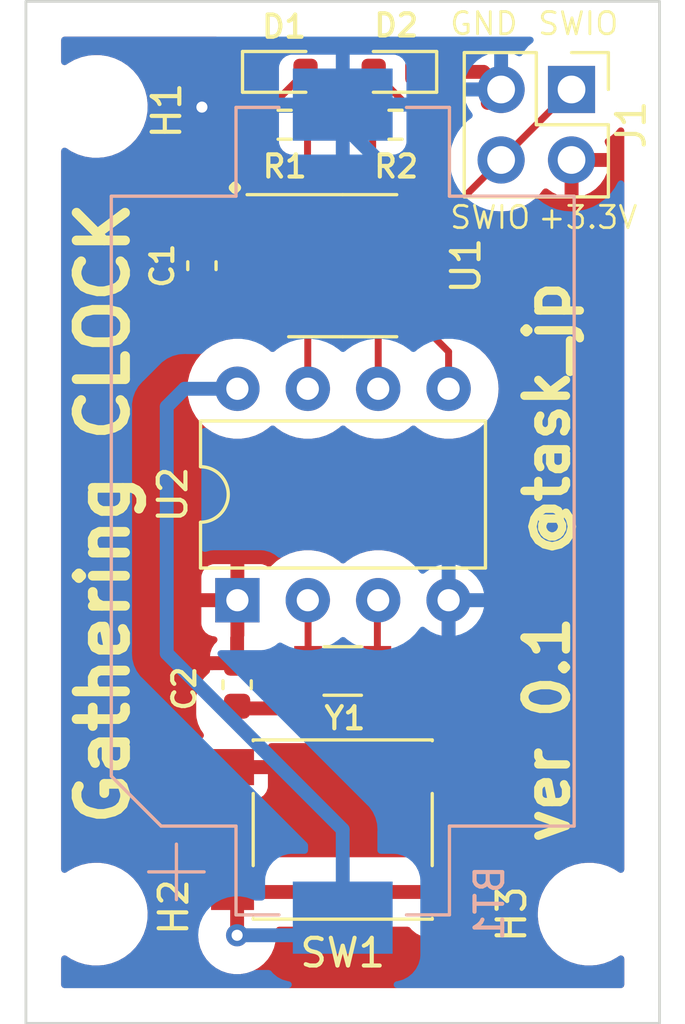
<source format=kicad_pcb>
(kicad_pcb (version 20221018) (generator pcbnew)
  (layers (0 "F.Cu" signal) (31 "B.Cu" signal) (36 "B.SilkS" user "B.Silkscreen") (37 "F.SilkS" user "F.Silkscreen") (38 "B.Mask" user) (39 "F.Mask" user) (44 "Edge.Cuts" user))
  (net 0 "")
  (net 1 "+3.3V")
  (net 2 "GND")
  (net 3 "Net-(D1-A)")
  (net 4 "Net-(D2-A)")
  (net 5 "Net-(U1-PC1{slash}SDA)")
  (net 6 "Net-(U1-PC2{slash}SCL)")
  (net 7 "Net-(U1-PC4)")
  (net 8 "Net-(U2-X1)")
  (net 9 "Net-(U2-X2)")
  (net 10 "+BATT")
  (net 11 "Net-(U1-PA2)")
  (net 12 "Net-(J1-Pin_1)")
  (net 13 "Net-(U1-PA1)")
  (footprint "Package_SO:SOP-8_3.9x4.9mm_P1.27mm" (layer "F.Cu") (at 142.24 72.39)
    (fp_text reference "U1" (at 4.445 0 90) (layer "F.SilkS"))
    (fp_text value "~")
    (fp_line (start 0 -2.56) (end -3.45 -2.56) (stroke (width 0.12)) (layer "F.SilkS"))
    (fp_line (start 0 -2.56) (end 1.95 -2.56) (stroke (width 0.12)) (layer "F.SilkS"))
    (fp_line (start 0 2.56) (end -1.95 2.56) (stroke (width 0.12)) (layer "F.SilkS"))
    (fp_line (start 0 2.56) (end 1.95 2.56) (stroke (width 0.12)) (layer "F.SilkS"))
    (pad "1" smd roundrect (at -2.625 -1.905) (size 1.65 0.6) (layers "F.Cu" "F.Paste" "F.Mask") (net 13 "Net-(U1-PA1)"))
    (pad "2" smd roundrect (at -2.625 -0.635) (size 1.65 0.6) (layers "F.Cu" "F.Paste" "F.Mask") (net 2 "GND"))
    (pad "3" smd roundrect (at -2.625 0.635) (size 1.65 0.6) (layers "F.Cu" "F.Paste" "F.Mask") (net 11 "Net-(U1-PA2)"))
    (pad "4" smd roundrect (at -2.625 1.905) (size 1.65 0.6) (layers "F.Cu" "F.Paste" "F.Mask") (net 1 "+3.3V"))
    (pad "5" smd roundrect (at 2.625 1.905) (size 1.65 0.6) (layers "F.Cu" "F.Paste" "F.Mask") (net 5 "Net-(U1-PC1{slash}SDA)"))
    (pad "6" smd roundrect (at 2.625 0.635) (size 1.65 0.6) (layers "F.Cu" "F.Paste" "F.Mask") (net 6 "Net-(U1-PC2{slash}SCL)"))
    (pad "7" smd roundrect (at 2.625 -0.635) (size 1.65 0.6) (layers "F.Cu" "F.Paste" "F.Mask") (net 7 "Net-(U1-PC4)"))
    (pad "8" smd roundrect (at 2.625 -1.905) (size 1.65 0.6) (layers "F.Cu" "F.Paste" "F.Mask") (net 12 "Net-(J1-Pin_1)"))
  )
  (footprint "Resistor_SMD:R_0603_1608Metric" (layer "F.Cu") (at 140.145 67.31)
    (fp_text reference "R1" (at 0.002199 1.504381 180) (layer "F.SilkS") (effects (font (size 0.8 0.8))))
    (fp_text value "R")
    (fp_line (start -0.237258 -0.5225) (end 0.237258 -0.5225) (stroke (width 0.12)) (layer "F.SilkS"))
    (fp_line (start -0.237258 0.5225) (end 0.237258 0.5225) (stroke (width 0.12)) (layer "F.SilkS"))
    (pad "1" smd roundrect (at -0.825 0) (size 0.8 0.95) (layers "F.Cu" "F.Paste" "F.Mask") (net 3 "Net-(D1-A)"))
    (pad "2" smd roundrect (at 0.825 0) (size 0.8 0.95) (layers "F.Cu" "F.Paste" "F.Mask") (net 13 "Net-(U1-PA1)"))
  )
  (footprint "LED_SMD:LED_0603_1608Metric" (layer "F.Cu") (at 140.11 65.405)
    (fp_text reference "D1" (at 0.013662 -1.627493 180) (layer "F.SilkS") (effects (font (size 0.8 0.8))))
    (fp_text value "LED(G)")
    (fp_line (start -1.485 -0.735) (end -1.485 0.735) (stroke (width 0.12)) (layer "F.SilkS"))
    (fp_line (start -1.485 0.735) (end 0.8 0.735) (stroke (width 0.12)) (layer "F.SilkS"))
    (fp_line (start 0.8 -0.735) (end -1.485 -0.735) (stroke (width 0.12)) (layer "F.SilkS"))
    (pad "1" smd roundrect (at -0.7875 0) (size 0.875 0.95) (layers "F.Cu" "F.Paste" "F.Mask") (net 2 "GND"))
    (pad "2" smd roundrect (at 0.7875 0) (size 0.875 0.95) (layers "F.Cu" "F.Paste" "F.Mask") (net 3 "Net-(D1-A)"))
  )
  (footprint "Resistor_SMD:R_0603_1608Metric" (layer "F.Cu") (at 144.145 67.31 180)
    (fp_text reference "R2" (at -0.02403 -1.504381 180) (layer "F.SilkS") (effects (font (size 0.8 0.8))))
    (fp_text value "R")
    (fp_line (start -0.237258 -0.5225) (end 0.237258 -0.5225) (stroke (width 0.12)) (layer "F.SilkS"))
    (fp_line (start -0.237258 0.5225) (end 0.237258 0.5225) (stroke (width 0.12)) (layer "F.SilkS"))
    (pad "1" smd roundrect (at -0.825 0 180) (size 0.8 0.95) (layers "F.Cu" "F.Paste" "F.Mask") (net 4 "Net-(D2-A)"))
    (pad "2" smd roundrect (at 0.825 0 180) (size 0.8 0.95) (layers "F.Cu" "F.Paste" "F.Mask") (net 11 "Net-(U1-PA2)"))
  )
  (footprint "Connector_PinSocket_2.54mm:PinSocket_2x02_P2.54mm_Vertical" (layer "F.Cu") (at 150.495 66.04)
    (fp_text reference "J1" (at 2.150236 1.268026 90) (layer "F.SilkS"))
    (fp_text value "Conn_01x04_Pin")
    (fp_line (start -3.87 -1.33) (end -3.87 3.87) (stroke (width 0.12)) (layer "F.SilkS"))
    (fp_line (start -3.87 -1.33) (end -1.27 -1.33) (stroke (width 0.12)) (layer "F.SilkS"))
    (fp_line (start -3.87 3.87) (end 1.33 3.87) (stroke (width 0.12)) (layer "F.SilkS"))
    (fp_line (start -1.27 -1.33) (end -1.27 1.27) (stroke (width 0.12)) (layer "F.SilkS"))
    (fp_line (start -1.27 1.27) (end 1.33 1.27) (stroke (width 0.12)) (layer "F.SilkS"))
    (fp_line (start 0 -1.33) (end 1.33 -1.33) (stroke (width 0.12)) (layer "F.SilkS"))
    (fp_line (start 1.33 -1.33) (end 1.33 0) (stroke (width 0.12)) (layer "F.SilkS"))
    (fp_line (start 1.33 1.27) (end 1.33 3.87) (stroke (width 0.12)) (layer "F.SilkS"))
    (pad "1" thru_hole rect (at 0 0) (size 1.7 1.7) (drill 1) (layers "*.Cu" "*.Mask") (net 12 "Net-(J1-Pin_1)"))
    (pad "2" thru_hole oval (at -2.54 0) (size 1.7 1.7) (drill 1) (layers "*.Cu" "*.Mask") (net 2 "GND"))
    (pad "3" thru_hole oval (at 0 2.54) (size 1.7 1.7) (drill 1) (layers "*.Cu" "*.Mask") (net 1 "+3.3V"))
    (pad "4" thru_hole oval (at -2.54 2.54) (size 1.7 1.7) (drill 1) (layers "*.Cu" "*.Mask") (net 12 "Net-(J1-Pin_1)"))
  )
  (footprint "MountingHole:MountingHole_3.2mm_M3" (layer "F.Cu") (at 133.35 95.758)
    (fp_text reference "H2" (at 2.794 -0.254 90) (layer "F.SilkS"))
    (fp_text value "MountingHole")
    (pad "" np_thru_hole circle (at 0 0) (size 3.2 3.2) (drill 3.2) (layers "*.Cu" "*.Mask"))
  )
  (footprint "Capacitor_SMD:C_0603_1608Metric" (layer "F.Cu") (at 137.16 72.39 90)
    (fp_text reference "C1" (at 0 -1.43 90) (layer "F.SilkS") (effects (font (size 0.8 0.8))))
    (fp_text value "C")
    (fp_line (start -0.14058 -0.51) (end 0.14058 -0.51) (stroke (width 0.12)) (layer "F.SilkS"))
    (fp_line (start -0.14058 0.51) (end 0.14058 0.51) (stroke (width 0.12)) (layer "F.SilkS"))
    (pad "1" smd roundrect (at -0.775 0 90) (size 0.9 0.95) (layers "F.Cu" "F.Paste" "F.Mask") (net 1 "+3.3V"))
    (pad "2" smd roundrect (at 0.775 0 90) (size 0.9 0.95) (layers "F.Cu" "F.Paste" "F.Mask") (net 2 "GND"))
  )
  (footprint "MountingHole:MountingHole_3.2mm_M3" (layer "F.Cu") (at 151.13 95.758)
    (fp_text reference "H3" (at -2.794 0 90) (layer "F.SilkS"))
    (fp_text value "MountingHole")
    (pad "" np_thru_hole circle (at 0 0) (size 3.2 3.2) (drill 3.2) (layers "*.Cu" "*.Mask"))
  )
  (footprint "Crystal:Crystal_SMD_3215-2Pin_3.2x1.5mm" (layer "F.Cu") (at 142.24 86.995)
    (fp_text reference "Y1" (at 0.07848 1.704024) (layer "F.SilkS") (effects (font (size 0.8 0.8))))
    (fp_text value "Crystal")
    (fp_line (start -0.675 -0.875) (end 0.675 -0.875) (stroke (width 0.12)) (layer "F.SilkS"))
    (fp_line (start -0.675 0.875) (end 0.675 0.875) (stroke (width 0.12)) (layer "F.SilkS"))
    (pad "1" smd rect (at 1.25 0) (size 1 1.8) (layers "F.Cu" "F.Paste" "F.Mask") (net 9 "Net-(U2-X2)"))
    (pad "2" smd rect (at -1.25 0) (size 1 1.8) (layers "F.Cu" "F.Paste" "F.Mask") (net 8 "Net-(U2-X1)"))
  )
  (footprint "MountingHole:MountingHole_3.2mm_M3" (layer "F.Cu") (at 133.35 66.65)
    (fp_text reference "H1" (at 2.54 0.152 90) (layer "F.SilkS"))
    (fp_text value "MountingHole")
    (pad "" np_thru_hole circle (at 0 0) (size 3.2 3.2) (drill 3.2) (layers "*.Cu" "*.Mask"))
  )
  (footprint "LED_SMD:LED_0603_1608Metric" (layer "F.Cu") (at 144.145 65.405 180)
    (fp_text reference "D2" (at -0.02699 1.674567 180) (layer "F.SilkS") (effects (font (size 0.8 0.8))))
    (fp_text value "LED(R)")
    (fp_line (start -1.485 -0.735) (end -1.485 0.735) (stroke (width 0.12)) (layer "F.SilkS"))
    (fp_line (start -1.485 0.735) (end 0.8 0.735) (stroke (width 0.12)) (layer "F.SilkS"))
    (fp_line (start 0.8 -0.735) (end -1.485 -0.735) (stroke (width 0.12)) (layer "F.SilkS"))
    (pad "1" smd roundrect (at -0.7875 0 180) (size 0.875 0.95) (layers "F.Cu" "F.Paste" "F.Mask") (net 2 "GND"))
    (pad "2" smd roundrect (at 0.7875 0 180) (size 0.875 0.95) (layers "F.Cu" "F.Paste" "F.Mask") (net 4 "Net-(D2-A)"))
  )
  (footprint "Capacitor_SMD:C_0603_1608Metric" (layer "F.Cu") (at 138.43 87.49 -90)
    (fp_text reference "C2" (at 0.14 1.905 90) (layer "F.SilkS") (effects (font (size 0.8 0.8))))
    (fp_text value "C")
    (fp_line (start -0.14058 -0.51) (end 0.14058 -0.51) (stroke (width 0.12)) (layer "F.SilkS"))
    (fp_line (start -0.14058 0.51) (end 0.14058 0.51) (stroke (width 0.12)) (layer "F.SilkS"))
    (pad "1" smd roundrect (at -0.775 0 270) (size 0.9 0.95) (layers "F.Cu" "F.Paste" "F.Mask") (net 1 "+3.3V"))
    (pad "2" smd roundrect (at 0.775 0 270) (size 0.9 0.95) (layers "F.Cu" "F.Paste" "F.Mask") (net 2 "GND"))
  )
  (footprint "Package_DIP:DIP-8_W7.62mm" (layer "F.Cu") (at 138.44 84.445 90)
    (fp_text reference "U2" (at 3.81 -2.33 90) (layer "F.SilkS"))
    (fp_text value "DS1302+")
    (fp_line (start 1.16 -1.33) (end 1.16 8.95) (stroke (width 0.12)) (layer "F.SilkS"))
    (fp_line (start 1.16 8.95) (end 6.46 8.95) (stroke (width 0.12)) (layer "F.SilkS"))
    (fp_line (start 2.81 -1.33) (end 1.16 -1.33) (stroke (width 0.12)) (layer "F.SilkS"))
    (fp_line (start 6.46 -1.33) (end 4.81 -1.33) (stroke (width 0.12)) (layer "F.SilkS"))
    (fp_line (start 6.46 8.95) (end 6.46 -1.33) (stroke (width 0.12)) (layer "F.SilkS"))
    (fp_arc (start 4.81 -1.33) (mid 3.81 -0.33) (end 2.81 -1.33) (stroke (width 0.12)) (layer "F.SilkS"))
    (pad "1" thru_hole rect (at 0 0 90) (size 1.6 1.6) (drill 0.8) (layers "*.Cu" "*.Mask") (net 1 "+3.3V"))
    (pad "2" thru_hole oval (at 0 2.54 90) (size 1.6 1.6) (drill 0.8) (layers "*.Cu" "*.Mask") (net 8 "Net-(U2-X1)"))
    (pad "3" thru_hole oval (at 0 5.08 90) (size 1.6 1.6) (drill 0.8) (layers "*.Cu" "*.Mask") (net 9 "Net-(U2-X2)"))
    (pad "4" thru_hole oval (at 0 7.62 90) (size 1.6 1.6) (drill 0.8) (layers "*.Cu" "*.Mask") (net 2 "GND"))
    (pad "5" thru_hole oval (at 7.62 7.62 90) (size 1.6 1.6) (drill 0.8) (layers "*.Cu" "*.Mask") (net 5 "Net-(U1-PC1{slash}SDA)"))
    (pad "6" thru_hole oval (at 7.62 5.08 90) (size 1.6 1.6) (drill 0.8) (layers "*.Cu" "*.Mask") (net 6 "Net-(U1-PC2{slash}SCL)"))
    (pad "7" thru_hole oval (at 7.62 2.54 90) (size 1.6 1.6) (drill 0.8) (layers "*.Cu" "*.Mask") (net 7 "Net-(U1-PC4)"))
    (pad "8" thru_hole oval (at 7.62 0 90) (size 1.6 1.6) (drill 0.8) (layers "*.Cu" "*.Mask") (net 10 "+BATT"))
  )
  (footprint "Button_Switch_SMD:SW_Push_1P1T_NO_6x6mm_H9.5mm" (layer "F.Cu") (at 142.24 92.71)
    (fp_text reference "SW1" (at 0 4.445) (layer "F.SilkS"))
    (fp_text value "SW_Push")
    (fp_line (start -3.23 -3.23) (end 3.23 -3.23) (stroke (width 0.12)) (layer "F.SilkS"))
    (fp_line (start -3.23 -3.2) (end -3.23 -3.23) (stroke (width 0.12)) (layer "F.SilkS"))
    (fp_line (start -3.23 -1.3) (end -3.23 1.3) (stroke (width 0.12)) (layer "F.SilkS"))
    (fp_line (start -3.23 3.23) (end -3.23 3.2) (stroke (width 0.12)) (layer "F.SilkS"))
    (fp_line (start -3.23 3.23) (end 3.23 3.23) (stroke (width 0.12)) (layer "F.SilkS"))
    (fp_line (start 3.23 -3.23) (end 3.23 -3.2) (stroke (width 0.12)) (layer "F.SilkS"))
    (fp_line (start 3.23 -1.3) (end 3.23 1.3) (stroke (width 0.12)) (layer "F.SilkS"))
    (fp_line (start 3.23 3.23) (end 3.23 3.2) (stroke (width 0.12)) (layer "F.SilkS"))
    (pad "1" smd rect (at -3.975 -2.25) (size 1.55 1.3) (layers "F.Cu" "F.Paste" "F.Mask") (net 1 "+3.3V"))
    (pad "1" smd rect (at 3.975 -2.25) (size 1.55 1.3) (layers "F.Cu" "F.Paste" "F.Mask") (net 1 "+3.3V"))
    (pad "2" smd rect (at -3.975 2.25) (size 1.55 1.3) (layers "F.Cu" "F.Paste" "F.Mask") (net 10 "+BATT"))
    (pad "2" smd rect (at 3.975 2.25) (size 1.55 1.3) (layers "F.Cu" "F.Paste" "F.Mask") (net 10 "+BATT"))
  )
  (footprint "Battery:BatteryHolder_Keystone_1060_1x2032" (layer "B.Cu") (at 142.24 81.235 90)
    (fp_text reference "BT1" (at -14.125 5.3 90) (layer "B.SilkS") (effects (justify mirror)))
    (fp_text value "Battery")
    (fp_line (start -14.55 -3.85) (end -14.55 -2.3) (stroke (width 0.12)) (layer "B.SilkS"))
    (fp_line (start -14.55 3.85) (end -14.55 2.3) (stroke (width 0.12)) (layer "B.SilkS"))
    (fp_line (start -13 -5) (end -13 -7) (stroke (width 0.12)) (layer "B.SilkS"))
    (fp_line (start -12 -6) (end -14 -6) (stroke (width 0.12)) (layer "B.SilkS"))
    (fp_line (start -11.35 -6.55) (end -11.35 -3.85) (stroke (width 0.12)) (layer "B.SilkS"))
    (fp_line (start -11.35 -3.85) (end -14.55 -3.85) (stroke (width 0.12)) (layer "B.SilkS"))
    (fp_line (start -11.35 3.85) (end -14.55 3.85) (stroke (width 0.12)) (layer "B.SilkS"))
    (fp_line (start -11.35 8.35) (end -11.35 3.85) (stroke (width 0.12)) (layer "B.SilkS"))
    (fp_line (start -11.35 8.35) (end 11.35 8.35) (stroke (width 0.12)) (layer "B.SilkS"))
    (fp_line (start -9.55 -8.35) (end -11.35 -6.55) (stroke (width 0.12)) (layer "B.SilkS"))
    (fp_line (start 11.35 -8.35) (end -9.55 -8.35) (stroke (width 0.12)) (layer "B.SilkS"))
    (fp_line (start 11.35 -8.35) (end 11.35 -3.85) (stroke (width 0.12)) (layer "B.SilkS"))
    (fp_line (start 11.35 -3.85) (end 14.55 -3.85) (stroke (width 0.12)) (layer "B.SilkS"))
    (fp_line (start 11.35 3.85) (end 14.55 3.85) (stroke (width 0.12)) (layer "B.SilkS"))
    (fp_line (start 11.35 8.35) (end 11.35 3.85) (stroke (width 0.12)) (layer "B.SilkS"))
    (fp_line (start 14.55 -3.85) (end 14.55 -2.3) (stroke (width 0.12)) (layer "B.SilkS"))
    (fp_line (start 14.55 3.85) (end 14.55 2.3) (stroke (width 0.12)) (layer "B.SilkS"))
    (pad "1" smd rect (at -14.65 0 270) (size 2.6 3.6) (layers "B.Cu" "B.Paste" "B.Mask") (net 10 "+BATT"))
    (pad "2" smd rect (at 14.65 0 270) (size 2.6 3.6) (layers "B.Cu" "B.Paste" "B.Mask") (net 2 "GND"))
  )
  (gr_rect (start 130.81 62.865) (end 153.67 99.695) (stroke (width 0.1)) (fill none) (layer "Edge.Cuts"))
  (gr_text "ver 0.1  @task_jp" (at 150.495 93.345 90) (layer "F.SilkS") (effects (font (size 1.5 1.5) (thickness 0.3) bold) (justify left bottom)))
  (gr_text "SWIO" (at 149.225 64.135) (layer "F.SilkS") (effects (font (size 0.8 0.8) (thickness 0.1) bold) (justify left bottom)))
  (gr_text "GND" (at 146.05 64.135) (layer "F.SilkS") (effects (font (size 0.8 0.8) (thickness 0.1) bold) (justify left bottom)))
  (gr_text "+3.3V" (at 149.225 71.12) (layer "F.SilkS") (effects (font (size 0.8 0.8) (thickness 0.1) bold) (justify left bottom)))
  (gr_text "." (at 137.795 69.85) (layer "F.SilkS") (effects (font (size 1.5 1.5) (thickness 0.3) bold) (justify left bottom)))
  (gr_text "Gathering CLOCK" (at 134.62 92.71 90) (layer "F.SilkS") (effects (font (size 1.75 1.75) (thickness 0.35) bold) (justify left bottom)))
  (gr_text "SWIO" (at 146.05 71.12) (layer "F.SilkS") (effects (font (size 0.8 0.8) (thickness 0.1) bold) (justify left bottom)))
  (segment (start 137.16 74.435) (end 139.475 74.435) (width 0.5) (layer "F.Cu") (net 1))
  (segment (start 138.43 84.455) (end 138.44 84.445) (width 0.5) (layer "F.Cu") (net 1))
  (segment (start 146.685 79.375) (end 137.16 79.375) (width 0.5) (layer "F.Cu") (net 1))
  (segment (start 137.16 79.375) (end 135.89 78.105) (width 0.5) (layer "F.Cu") (net 1))
  (segment (start 137.16 73.165) (end 137.16 74.435) (width 0.5) (layer "F.Cu") (net 1))
  (segment (start 135.89 85.09) (end 136.535 84.445) (width 0.5) (layer "F.Cu") (net 1))
  (segment (start 146.685 79.375) (end 150.495 75.565) (width 0.5) (layer "F.Cu") (net 1))
  (segment (start 135.89 85.725) (end 135.89 85.09) (width 0.5) (layer "F.Cu") (net 1))
  (segment (start 135.89 75.705) (end 135.89 78.105) (width 0.5) (layer "F.Cu") (net 1))
  (segment (start 137.16 74.435) (end 135.89 75.705) (width 0.5) (layer "F.Cu") (net 1))
  (segment (start 135.89 90.17) (end 135.89 85.725) (width 0.5) (layer "F.Cu") (net 1))
  (segment (start 136.535 84.445) (end 138.44 84.445) (width 0.5) (layer "F.Cu") (net 1))
  (segment (start 139.475 74.435) (end 139.615 74.295) (width 0.5) (layer "F.Cu") (net 1))
  (segment (start 135.89 85.09) (end 135.89 78.105) (width 0.5) (layer "F.Cu") (net 1))
  (segment (start 138.44 84.445) (end 138.265 84.62) (width 0.25) (layer "F.Cu") (net 1))
  (segment (start 136.18 90.46) (end 135.89 90.17) (width 0.5) (layer "F.Cu") (net 1))
  (segment (start 136.88 86.715) (end 135.89 85.725) (width 0.5) (layer "F.Cu") (net 1))
  (segment (start 150.495 75.565) (end 150.495 68.58) (width 0.5) (layer "F.Cu") (net 1))
  (segment (start 138.265 90.46) (end 145.515 90.46) (width 0.5) (layer "F.Cu") (net 1))
  (segment (start 138.43 86.715) (end 136.88 86.715) (width 0.5) (layer "F.Cu") (net 1))
  (segment (start 138.265 90.46) (end 136.18 90.46) (width 0.5) (layer "F.Cu") (net 1))
  (segment (start 146.06 86.725) (end 144.44 88.345) (width 0.5) (layer "F.Cu") (net 2))
  (segment (start 144.9325 65.405) (end 147.32 65.405) (width 0.5) (layer "F.Cu") (net 2))
  (segment (start 147.809092 66.04) (end 147.955 66.04) (width 0.25) (layer "F.Cu") (net 2))
  (segment (start 146.215 84.6) (end 146.06 84.445) (width 0.5) (layer "F.Cu") (net 2))
  (segment (start 147.632316 66.04) (end 147.955 66.04) (width 0.5) (layer "F.Cu") (net 2))
  (segment (start 139.615 71.755) (end 137.3 71.755) (width 0.5) (layer "F.Cu") (net 2))
  (segment (start 137.16 66.675) (end 137.16 71.615) (width 0.5) (layer "F.Cu") (net 2))
  (segment (start 144.44 88.345) (end 138.51 88.345) (width 0.5) (layer "F.Cu") (net 2))
  (segment (start 137.3 71.755) (end 137.16 71.615) (width 0.5) (layer "F.Cu") (net 2))
  (segment (start 147.4725 66.5225) (end 147.955 66.04) (width 0.5) (layer "F.Cu") (net 2))
  (segment (start 138.43 65.405) (end 137.16 66.675) (width 0.5) (layer "F.Cu") (net 2))
  (segment (start 146.06 84.445) (end 146.06 86.725) (width 0.5) (layer "F.Cu") (net 2))
  (segment (start 139.3225 65.405) (end 138.43 65.405) (width 0.5) (layer "F.Cu") (net 2))
  (segment (start 138.51 88.345) (end 138.43 88.265) (width 0.5) (layer "F.Cu") (net 2))
  (segment (start 147.32 65.405) (end 147.955 66.04) (width 0.5) (layer "F.Cu") (net 2))
  (via (at 137.16 66.675) (size 0.8) (drill 0.4) (layers "F.Cu" "B.Cu") (net 2))
  (segment (start 147.955 84.455) (end 148.59 83.82) (width 0.5) (layer "B.Cu") (net 2))
  (segment (start 145.415 66.04) (end 147.955 66.04) (width 0.5) (layer "B.Cu") (net 2))
  (segment (start 147.945 84.445) (end 147.955 84.455) (width 0.5) (layer "B.Cu") (net 2))
  (segment (start 142.24 67.31) (end 148.59 73.66) (width 0.5) (layer "B.Cu") (net 2))
  (segment (start 137.205 66.63) (end 142.24 66.63) (width 0.5) (layer "B.Cu") (net 2))
  (segment (start 148.59 83.82) (end 148.59 73.66) (width 0.5) (layer "B.Cu") (net 2))
  (segment (start 137.16 66.675) (end 137.205 66.63) (width 0.5) (layer "B.Cu") (net 2))
  (segment (start 146.06 84.445) (end 147.945 84.445) (width 0.5) (layer "B.Cu") (net 2))
  (segment (start 144.87 66.585) (end 145.415 66.04) (width 0.5) (layer "B.Cu") (net 2))
  (segment (start 142.24 66.585) (end 144.87 66.585) (width 0.5) (layer "B.Cu") (net 2))
  (segment (start 142.24 66.63) (end 142.24 67.31) (width 0.5) (layer "B.Cu") (net 2))
  (segment (start 139.32 67.31) (end 139.32 66.9825) (width 0.25) (layer "F.Cu") (net 3))
  (segment (start 139.32 66.9825) (end 140.8975 65.405) (width 0.25) (layer "F.Cu") (net 3))
  (segment (start 144.97 67.0175) (end 143.3575 65.405) (width 0.25) (layer "F.Cu") (net 4))
  (segment (start 144.97 67.31) (end 144.97 67.0175) (width 0.25) (layer "F.Cu") (net 4))
  (segment (start 146.06 75.49) (end 146.06 76.825) (width 0.25) (layer "F.Cu") (net 5))
  (segment (start 144.865 74.295) (end 146.06 75.49) (width 0.25) (layer "F.Cu") (net 5))
  (segment (start 143.52 73.545001) (end 143.52 76.825) (width 0.25) (layer "F.Cu") (net 6))
  (segment (start 144.865 73.025) (end 144.040001 73.025) (width 0.25) (layer "F.Cu") (net 6))
  (segment (start 144.040001 73.025) (end 143.52 73.545001) (width 0.25) (layer "F.Cu") (net 6))
  (segment (start 144.865 71.755) (end 144.040001 71.755) (width 0.25) (layer "F.Cu") (net 7))
  (segment (start 144.040001 71.755) (end 140.98 74.815001) (width 0.25) (layer "F.Cu") (net 7))
  (segment (start 140.98 74.815001) (end 140.98 76.825) (width 0.25) (layer "F.Cu") (net 7))
  (segment (start 140.99 86.995) (end 140.99 84.455) (width 0.25) (layer "F.Cu") (net 8))
  (segment (start 140.99 84.455) (end 140.98 84.445) (width 0.25) (layer "F.Cu") (net 8))
  (segment (start 143.49 84.475) (end 143.52 84.445) (width 0.25) (layer "F.Cu") (net 9))
  (segment (start 143.49 86.995) (end 143.49 84.475) (width 0.25) (layer "F.Cu") (net 9))
  (segment (start 138.43 95.125) (end 138.265 94.96) (width 0.5) (layer "F.Cu") (net 10))
  (segment (start 138.43 96.52) (end 138.43 95.125) (width 0.5) (layer "F.Cu") (net 10))
  (segment (start 138.265 94.96) (end 146.215 94.96) (width 0.5) (layer "F.Cu") (net 10))
  (via (at 138.43 96.52) (size 0.8) (drill 0.4) (layers "F.Cu" "B.Cu") (net 10))
  (segment (start 136.535 76.825) (end 138.44 76.825) (width 0.5) (layer "B.Cu") (net 10))
  (segment (start 142.24 92.71) (end 135.89 86.36) (width 0.5) (layer "B.Cu") (net 10))
  (segment (start 135.89 86.36) (end 135.89 77.47) (width 0.5) (layer "B.Cu") (net 10))
  (segment (start 141.65 96.52) (end 142.24 95.93) (width 0.5) (layer "B.Cu") (net 10))
  (segment (start 138.475 96.565) (end 138.43 96.52) (width 0.5) (layer "B.Cu") (net 10))
  (segment (start 141.605 96.52) (end 142.24 95.885) (width 0.5) (layer "B.Cu") (net 10))
  (segment (start 142.24 92.71) (end 142.24 95.885) (width 0.5) (layer "B.Cu") (net 10))
  (segment (start 138.43 96.52) (end 141.605 96.52) (width 0.5) (layer "B.Cu") (net 10))
  (segment (start 135.89 77.47) (end 136.535 76.825) (width 0.5) (layer "B.Cu") (net 10))
  (segment (start 139.845908 73.025) (end 139.615 73.025) (width 0.25) (layer "F.Cu") (net 11))
  (segment (start 143.32 67.31) (end 143.32 69.550908) (width 0.25) (layer "F.Cu") (net 11))
  (segment (start 143.32 69.550908) (end 139.845908 73.025) (width 0.25) (layer "F.Cu") (net 11))
  (segment (start 147.955 68.58) (end 150.495 66.04) (width 0.25) (layer "F.Cu") (net 12))
  (segment (start 144.865 70.485) (end 146.05 70.485) (width 0.25) (layer "F.Cu") (net 12))
  (segment (start 146.05 70.485) (end 147.955 68.58) (width 0.25) (layer "F.Cu") (net 12))
  (segment (start 140.97 67.31) (end 140.97 69.13) (width 0.25) (layer "F.Cu") (net 13))
  (segment (start 140.97 69.13) (end 139.615 70.485) (width 0.25) (layer "F.Cu") (net 13))
  (zone (net 1) (net_name "+3.3V") (layer "F.Cu") (priority 1) (connect_pads (clearance 1)) (min_thickness 0.25) (fill yes (thermal_gap 0.5) (thermal_bridge_width 0.5))
    (polygon (pts (xy 152.4 64.135) (xy 132.08 64.135) (xy 132.08 98.425) (xy 152.4 98.425)))
  )
  (zone (net 2) (net_name "GND") (layer "B.Cu") (connect_pads (clearance 1)) (min_thickness 0.25) (fill yes (thermal_gap 0.5) (thermal_bridge_width 0.5))
    (polygon (pts (xy 152.4 64.135) (xy 132.08 64.135) (xy 132.08 98.425) (xy 152.4 98.425)))
  )
)
</source>
